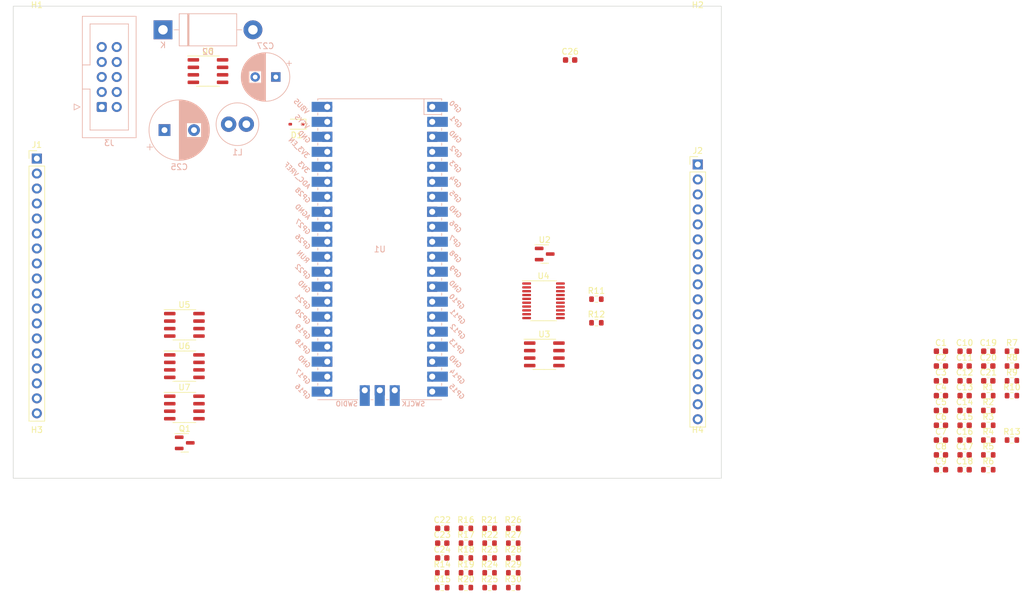
<source format=kicad_pcb>
(kicad_pcb (version 20221018) (generator pcbnew)
  (layers (0 "F.Cu" signal) (31 "B.Cu" signal) (34 "B.Paste" user) (35 "F.Paste" user) (36 "B.SilkS" user "B.Silkscreen") (37 "F.SilkS" user "F.Silkscreen") (38 "B.Mask" user) (39 "F.Mask" user) (44 "Edge.Cuts" user))
  (net 0 "")
  (net 1 "Net-(C2-Pad2)")
  (net 2 "Net-(C3-Pad2)")
  (net 3 "Net-(Q1-B)")
  (net 4 "GND")
  (net 5 "SYNC_IN")
  (net 6 "Net-(U3A--)")
  (net 7 "Net-(U3B--)")
  (net 8 "Net-(C8-Pad2)")
  (net 9 "Net-(U4-CAPP)")
  (net 10 "Net-(U4-CAPM)")
  (net 11 "Net-(U4-VNEG)")
  (net 12 "Net-(U4-LDOO)")
  (net 13 "Net-(D2-K)")
  (net 17 "SD_CLOCK")
  (net 18 "SD_SERIAL_OUT")
  (net 19 "SD_SERIAL_IN")
  (net 20 "SD_CHIP_SELECT")
  (net 21 "595_DATA")
  (net 22 "595_CLOCK")
  (net 23 "595_LATCH")
  (net 24 "DAC_DOUT")
  (net 25 "DAC_BCLK")
  (net 26 "DAC_LRC")
  (net 27 "165_LOAD")
  (net 28 "165_CLOCK")
  (net 29 "165_DATA")
  (net 30 "SYNC_OUT")
  (net 31 "4051_ADDRESS_A")
  (net 32 "4051_ADDRESS_B")
  (net 33 "4051_ADDRESS_C")
  (net 35 "4051_READING_0")
  (net 36 "4051_READING_1")
  (net 37 "TRIGGER_OUT_1_EURO")
  (net 40 "LINE_OUT_L")
  (net 41 "+5V")
  (net 44 "TRIGGER_OUT_2_EURO")
  (net 45 "TRIGGER_OUT_3_EURO")
  (net 46 "TRIGGER_OUT_4_EURO")
  (net 47 "SYNC_IN_EURO")
  (net 48 "SYNC_OUT_EURO")
  (net 49 "EURO_OUT_1")
  (net 50 "EURO_OUT_2")
  (net 51 "Net-(U4-BCK)")
  (net 52 "Net-(U4-DIN)")
  (net 53 "Net-(U4-LRCK)")
  (net 54 "Net-(U4-OUTL)")
  (net 55 "+3.3VDAC")
  (net 56 "Net-(U4-OUTR)")
  (net 57 "LINE_OUT_R")
  (net 58 "Net-(U5B--)")
  (net 59 "+12V")
  (net 60 "-12V")
  (net 61 "Net-(U5A--)")
  (net 62 "Net-(C7-Pad2)")
  (net 63 "Net-(R18-Pad1)")
  (net 64 "Net-(R19-Pad1)")
  (net 65 "Net-(U6B--)")
  (net 66 "Net-(U6A--)")
  (net 67 "Net-(R24-Pad1)")
  (net 68 "Net-(R25-Pad1)")
  (net 69 "Net-(U7A--)")
  (net 70 "Net-(R29-Pad1)")
  (net 71 "Net-(U7B--)")
  (net 72 "+3.3V")
  (net 74 "START_STOP_BUTTON")
  (net 75 "TAP_TEMPO_BUTTON")
  (net 76 "TRIGGER_OUT_1")
  (net 77 "TRIGGER_OUT_4")
  (net 78 "TRIGGER_OUT_3")
  (net 79 "TRIGGER_OUT_2")
  (net 80 "Net-(#FLG02-pwr)")
  (footprint "Diode_SMD:D_SOD-323" (layer "F.Cu") (at 128 70 180)
    (fp_text reference "D1" (at 0 -1.85) (layer "F.SilkS"))
    (fp_text value "1N5819WS")
    (pad "1" smd roundrect (at -1.05 0 180) (size 0.6 0.45) (layers "F.Cu" "F.Paste" "F.Mask") (net 80 "Net-(#FLG02-pwr)"))
    (pad "2" smd roundrect (at 1.05 0 180) (size 0.6 0.45) (layers "F.Cu" "F.Paste" "F.Mask") (net 41 "+5V"))
  )
  (footprint "Resistor_SMD:R_0603_1608Metric" (layer "F.Cu") (at 178.825 99.65)
    (fp_text reference "R11" (at 0 -1.43) (layer "F.SilkS"))
    (fp_text value "56R")
    (pad "1" smd roundrect (at -0.825 0) (size 0.8 0.95) (layers "F.Cu" "F.Paste" "F.Mask") (net 26 "DAC_LRC"))
    (pad "2" smd roundrect (at 0.825 0) (size 0.8 0.95) (layers "F.Cu" "F.Paste" "F.Mask") (net 53 "Net-(U4-LRCK)"))
  )
  (footprint "MountingHole:MountingHole_3.2mm_M3" (layer "F.Cu") (at 196 126)
    (fp_text reference "H4" (at 0 -4.2) (layer "F.SilkS"))
    (fp_text value "MountingHole")
    (pad "" np_thru_hole circle (at 0 0) (size 3.2 3.2) (drill 3.2) (layers "*.Cu" "*.Mask"))
  )
  (footprint "Resistor_SMD:R_0603_1608Metric" (layer "F.Cu") (at 249.245 110.98)
    (fp_text reference "R8" (at 0 -1.43) (layer "F.SilkS"))
    (fp_text value "1k")
    (pad "1" smd roundrect (at -0.825 0) (size 0.8 0.95) (layers "F.Cu" "F.Paste" "F.Mask") (net 8 "Net-(C8-Pad2)"))
    (pad "2" smd roundrect (at 0.825 0) (size 0.8 0.95) (layers "F.Cu" "F.Paste" "F.Mask") (net 50 "EURO_OUT_2"))
  )
  (footprint "Resistor_SMD:R_0603_1608Metric" (layer "F.Cu") (at 245.235 118.51)
    (fp_text reference "R2" (at 0 -1.43) (layer "F.SilkS"))
    (fp_text value "39k")
    (pad "1" smd roundrect (at -0.825 0) (size 0.8 0.95) (layers "F.Cu" "F.Paste" "F.Mask") (net 2 "Net-(C3-Pad2)"))
    (pad "2" smd roundrect (at 0.825 0) (size 0.8 0.95) (layers "F.Cu" "F.Paste" "F.Mask") (net 4 "GND"))
  )
  (footprint "Package_SO:TSSOP-20_4.4x6.5mm_P0.65mm" (layer "F.Cu") (at 169.8625 99.925)
    (fp_text reference "U4" (at 0 -4.2) (layer "F.SilkS"))
    (fp_text value "PCM5102")
    (pad "1" smd roundrect (at -2.8625 -2.925) (size 1.475 0.4) (layers "F.Cu" "F.Paste" "F.Mask") (net 55 "+3.3VDAC"))
    (pad "2" smd roundrect (at -2.8625 -2.275) (size 1.475 0.4) (layers "F.Cu" "F.Paste" "F.Mask") (net 9 "Net-(U4-CAPP)"))
    (pad "3" smd roundrect (at -2.8625 -1.625) (size 1.475 0.4) (layers "F.Cu" "F.Paste" "F.Mask") (net 4 "GND"))
    (pad "4" smd roundrect (at -2.8625 -0.975) (size 1.475 0.4) (layers "F.Cu" "F.Paste" "F.Mask") (net 10 "Net-(U4-CAPM)"))
    (pad "5" smd roundrect (at -2.8625 -0.325) (size 1.475 0.4) (layers "F.Cu" "F.Paste" "F.Mask") (net 11 "Net-(U4-VNEG)"))
    (pad "6" smd roundrect (at -2.8625 0.325) (size 1.475 0.4) (layers "F.Cu" "F.Paste" "F.Mask") (net 54 "Net-(U4-OUTL)"))
    (pad "7" smd roundrect (at -2.8625 0.975) (size 1.475 0.4) (layers "F.Cu" "F.Paste" "F.Mask") (net 56 "Net-(U4-OUTR)"))
    (pad "8" smd roundrect (at -2.8625 1.625) (size 1.475 0.4) (layers "F.Cu" "F.Paste" "F.Mask") (net 55 "+3.3VDAC"))
    (pad "9" smd roundrect (at -2.8625 2.275) (size 1.475 0.4) (layers "F.Cu" "F.Paste" "F.Mask") (net 4 "GND"))
    (pad "10" smd roundrect (at -2.8625 2.925) (size 1.475 0.4) (layers "F.Cu" "F.Paste" "F.Mask") (net 4 "GND"))
    (pad "11" smd roundrect (at 2.8625 2.925) (size 1.475 0.4) (layers "F.Cu" "F.Paste" "F.Mask") (net 4 "GND"))
    (pad "12" smd roundrect (at 2.8625 2.275) (size 1.475 0.4) (layers "F.Cu" "F.Paste" "F.Mask") (net 4 "GND"))
    (pad "13" smd roundrect (at 2.8625 1.625) (size 1.475 0.4) (layers "F.Cu" "F.Paste" "F.Mask") (net 51 "Net-(U4-BCK)"))
    (pad "14" smd roundrect (at 2.8625 0.975) (size 1.475 0.4) (layers "F.Cu" "F.Paste" "F.Mask") (net 52 "Net-(U4-DIN)"))
    (pad "15" smd roundrect (at 2.8625 0.325) (size 1.475 0.4) (layers "F.Cu" "F.Paste" "F.Mask") (net 53 "Net-(U4-LRCK)"))
    (pad "16" smd roundrect (at 2.8625 -0.325) (size 1.475 0.4) (layers "F.Cu" "F.Paste" "F.Mask") (net 4 "GND"))
    (pad "17" smd roundrect (at 2.8625 -0.975) (size 1.475 0.4) (layers "F.Cu" "F.Paste" "F.Mask") (net 55 "+3.3VDAC"))
    (pad "18" smd roundrect (at 2.8625 -1.625) (size 1.475 0.4) (layers "F.Cu" "F.Paste" "F.Mask") (net 12 "Net-(U4-LDOO)"))
    (pad "19" smd roundrect (at 2.8625 -2.275) (size 1.475 0.4) (layers "F.Cu" "F.Paste" "F.Mask") (net 4 "GND"))
    (pad "20" smd roundrect (at 2.8625 -2.925) (size 1.475 0.4) (layers "F.Cu" "F.Paste" "F.Mask") (net 55 "+3.3VDAC"))
  )
  (footprint "Package_SO:SOIC-8_3.9x4.9mm_P1.27mm" (layer "F.Cu") (at 113 61)
    (fp_text reference "U8" (at 0 -3.4) (layer "F.SilkS"))
    (fp_text value "XL1509-5.0")
    (pad "1" smd roundrect (at -2.475 -1.905) (size 1.95 0.6) (layers "F.Cu" "F.Paste" "F.Mask") (net 59 "+12V"))
    (pad "2" smd roundrect (at -2.475 -0.635) (size 1.95 0.6) (layers "F.Cu" "F.Paste" "F.Mask") (net 13 "Net-(D2-K)"))
    (pad "3" smd roundrect (at -2.475 0.635) (size 1.95 0.6) (layers "F.Cu" "F.Paste" "F.Mask") (net 41 "+5V"))
    (pad "4" smd roundrect (at -2.475 1.905) (size 1.95 0.6) (layers "F.Cu" "F.Paste" "F.Mask") (net 4 "GND"))
    (pad "5" smd roundrect (at 2.475 1.905) (size 1.95 0.6) (layers "F.Cu" "F.Paste" "F.Mask") (net 4 "GND"))
    (pad "6" smd roundrect (at 2.475 0.635) (size 1.95 0.6) (layers "F.Cu" "F.Paste" "F.Mask") (net 4 "GND"))
    (pad "7" smd roundrect (at 2.475 -0.635) (size 1.95 0.6) (layers "F.Cu" "F.Paste" "F.Mask") (net 4 "GND"))
    (pad "8" smd roundrect (at 2.475 -1.905) (size 1.95 0.6) (layers "F.Cu" "F.Paste" "F.Mask") (net 4 "GND"))
  )
  (footprint "Resistor_SMD:R_0603_1608Metric" (layer "F.Cu") (at 152.705 146.015)
    (fp_text reference "R14" (at 0 -1.43) (layer "F.SilkS"))
    (fp_text value "100K")
    (pad "1" smd roundrect (at -0.825 0) (size 0.8 0.95) (layers "F.Cu" "F.Paste" "F.Mask") (net 47 "SYNC_IN_EURO"))
    (pad "2" smd roundrect (at 0.825 0) (size 0.8 0.95) (layers "F.Cu" "F.Paste" "F.Mask") (net 3 "Net-(Q1-B)"))
  )
  (footprint "Resistor_SMD:R_0603_1608Metric" (layer "F.Cu") (at 249.245 116)
    (fp_text reference "R10" (at 0 -1.43) (layer "F.SilkS"))
    (fp_text value "56R")
    (pad "1" smd roundrect (at -0.825 0) (size 0.8 0.95) (layers "F.Cu" "F.Paste" "F.Mask") (net 24 "DAC_DOUT"))
    (pad "2" smd roundrect (at 0.825 0) (size 0.8 0.95) (layers "F.Cu" "F.Paste" "F.Mask") (net 52 "Net-(U4-DIN)"))
  )
  (footprint "Resistor_SMD:R_0603_1608Metric" (layer "F.Cu") (at 156.715 146.015)
    (fp_text reference "R19" (at 0 -1.43) (layer "F.SilkS"))
    (fp_text value "100k")
    (pad "1" smd roundrect (at -0.825 0) (size 0.8 0.95) (layers "F.Cu" "F.Paste" "F.Mask") (net 64 "Net-(R19-Pad1)"))
    (pad "2" smd roundrect (at 0.825 0) (size 0.8 0.95) (layers "F.Cu" "F.Paste" "F.Mask") (net 61 "Net-(U5A--)"))
  )
  (footprint "Capacitor_SMD:C_0603_1608Metric" (layer "F.Cu") (at 237.215 113.49)
    (fp_text reference "C3" (at 0 -1.43) (layer "F.SilkS"))
    (fp_text value "10uF")
    (pad "1" smd roundrect (at -0.775 0) (size 0.9 0.95) (layers "F.Cu" "F.Paste" "F.Mask") (net 57 "LINE_OUT_R"))
    (pad "2" smd roundrect (at 0.775 0) (size 0.9 0.95) (layers "F.Cu" "F.Paste" "F.Mask") (net 2 "Net-(C3-Pad2)"))
  )
  (footprint "Capacitor_SMD:C_0603_1608Metric" (layer "F.Cu") (at 245.235 110.98)
    (fp_text reference "C20" (at 0 -1.43) (layer "F.SilkS"))
    (fp_text value "10uF")
    (pad "1" smd roundrect (at -0.775 0) (size 0.9 0.95) (layers "F.Cu" "F.Paste" "F.Mask") (net 55 "+3.3VDAC"))
    (pad "2" smd roundrect (at 0.775 0) (size 0.9 0.95) (layers "F.Cu" "F.Paste" "F.Mask") (net 4 "GND"))
  )
  (footprint "Capacitor_SMD:C_0603_1608Metric" (layer "F.Cu") (at 241.225 123.53)
    (fp_text reference "C16" (at 0 -1.43) (layer "F.SilkS"))
    (fp_text value "10uF")
    (pad "1" smd roundrect (at -0.775 0) (size 0.9 0.95) (layers "F.Cu" "F.Paste" "F.Mask") (net 55 "+3.3VDAC"))
    (pad "2" smd roundrect (at 0.775 0) (size 0.9 0.95) (layers "F.Cu" "F.Paste" "F.Mask") (net 4 "GND"))
  )
  (footprint "Capacitor_SMD:C_0603_1608Metric" (layer "F.Cu") (at 237.215 116)
    (fp_text reference "C4" (at 0 -1.43) (layer "F.SilkS"))
    (fp_text value "1uF")
    (pad "1" smd roundrect (at -0.775 0) (size 0.9 0.95) (layers "F.Cu" "F.Paste" "F.Mask") (net 55 "+3.3VDAC"))
    (pad "2" smd roundrect (at 0.775 0) (size 0.9 0.95) (layers "F.Cu" "F.Paste" "F.Mask") (net 4 "GND"))
  )
  (footprint "Capacitor_SMD:C_0603_1608Metric" (layer "F.Cu") (at 237.215 108.47)
    (fp_text reference "C1" (at 0 -1.43) (layer "F.SilkS"))
    (fp_text value "1uF")
    (pad "1" smd roundrect (at -0.775 0) (size 0.9 0.95) (layers "F.Cu" "F.Paste" "F.Mask") (net 41 "+5V"))
    (pad "2" smd roundrect (at 0.775 0) (size 0.9 0.95) (layers "F.Cu" "F.Paste" "F.Mask") (net 4 "GND"))
  )
  (footprint "Package_SO:SOIC-8_3.9x4.9mm_P1.27mm" (layer "F.Cu") (at 170 109)
    (fp_text reference "U3" (at 0 -3.4) (layer "F.SilkS"))
    (fp_text value "TL072")
    (pad "1" smd roundrect (at -2.475 -1.905) (size 1.95 0.6) (layers "F.Cu" "F.Paste" "F.Mask") (net 62 "Net-(C7-Pad2)"))
    (pad "2" smd roundrect (at -2.475 -0.635) (size 1.95 0.6) (layers "F.Cu" "F.Paste" "F.Mask") (net 6 "Net-(U3A--)"))
    (pad "3" smd roundrect (at -2.475 0.635) (size 1.95 0.6) (layers "F.Cu" "F.Paste" "F.Mask") (net 4 "GND"))
    (pad "4" smd roundrect (at -2.475 1.905) (size 1.95 0.6) (layers "F.Cu" "F.Paste" "F.Mask") (net 60 "-12V"))
    (pad "5" smd roundrect (at 2.475 1.905) (size 1.95 0.6) (layers "F.Cu" "F.Paste" "F.Mask") (net 4 "GND"))
    (pad "6" smd roundrect (at 2.475 0.635) (size 1.95 0.6) (layers "F.Cu" "F.Paste" "F.Mask") (net 7 "Net-(U3B--)"))
    (pad "7" smd roundrect (at 2.475 -0.635) (size 1.95 0.6) (layers "F.Cu" "F.Paste" "F.Mask") (net 8 "Net-(C8-Pad2)"))
    (pad "8" smd roundrect (at 2.475 -1.905) (size 1.95 0.6) (layers "F.Cu" "F.Paste" "F.Mask") (net 59 "+12V"))
  )
  (footprint "Capacitor_SMD:C_0603_1608Metric" (layer "F.Cu") (at 237.215 110.98)
    (fp_text reference "C2" (at 0 -1.43) (layer "F.SilkS"))
    (fp_text value "10uF")
    (pad "1" smd roundrect (at -0.775 0) (size 0.9 0.95) (layers "F.Cu" "F.Paste" "F.Mask") (net 40 "LINE_OUT_L"))
    (pad "2" smd roundrect (at 0.775 0) (size 0.9 0.95) (layers "F.Cu" "F.Paste" "F.Mask") (net 1 "Net-(C2-Pad2)"))
  )
  (footprint "Capacitor_SMD:C_0603_1608Metric" (layer "F.Cu") (at 241.225 110.98)
    (fp_text reference "C11" (at 0 -1.43) (layer "F.SilkS"))
    (fp_text value "10uF")
    (pad "1" smd roundrect (at -0.775 0) (size 0.9 0.95) (layers "F.Cu" "F.Paste" "F.Mask") (net 55 "+3.3VDAC"))
    (pad "2" smd roundrect (at 0.775 0) (size 0.9 0.95) (layers "F.Cu" "F.Paste" "F.Mask") (net 4 "GND"))
  )
  (footprint "Resistor_SMD:R_0603_1608Metric" (layer "F.Cu") (at 245.235 121.02)
    (fp_text reference "R3" (at 0 -1.43) (layer "F.SilkS"))
    (fp_text value "5.6k")
    (pad "1" smd roundrect (at -0.825 0) (size 0.8 0.95) (layers "F.Cu" "F.Paste" "F.Mask") (net 1 "Net-(C2-Pad2)"))
    (pad "2" smd roundrect (at 0.825 0) (size 0.8 0.95) (layers "F.Cu" "F.Paste" "F.Mask") (net 6 "Net-(U3A--)"))
  )
  (footprint "Resistor_SMD:R_0603_1608Metric" (layer "F.Cu") (at 156.715 148.525)
    (fp_text reference "R20" (at 0 -1.43) (layer "F.SilkS"))
    (fp_text value "1k")
    (pad "1" smd roundrect (at -0.825 0) (size 0.8 0.95) (layers "F.Cu" "F.Paste" "F.Mask") (net 63 "Net-(R18-Pad1)"))
    (pad "2" smd roundrect (at 0.825 0) (size 0.8 0.95) (layers "F.Cu" "F.Paste" "F.Mask") (net 44 "TRIGGER_OUT_2_EURO"))
  )
  (footprint "Capacitor_SMD:C_0603_1608Metric" (layer "F.Cu") (at 241.225 118.51)
    (fp_text reference "C14" (at 0 -1.43) (layer "F.SilkS"))
    (fp_text value "0.1uF")
    (pad "1" smd roundrect (at -0.775 0) (size 0.9 0.95) (layers "F.Cu" "F.Paste" "F.Mask") (net 55 "+3.3VDAC"))
    (pad "2" smd roundrect (at 0.775 0) (size 0.9 0.95) (layers "F.Cu" "F.Paste" "F.Mask") (net 4 "GND"))
  )
  (footprint "Resistor_SMD:R_0603_1608Metric" (layer "F.Cu") (at 249.245 123.53)
    (fp_text reference "R13" (at 0 -1.43) (layer "F.SilkS"))
    (fp_text value "470R")
    (pad "1" smd roundrect (at -0.825 0) (size 0.8 0.95) (layers "F.Cu" "F.Paste" "F.Mask") (net 56 "Net-(U4-OUTR)"))
    (pad "2" smd roundrect (at 0.825 0) (size 0.8 0.95) (layers "F.Cu" "F.Paste" "F.Mask") (net 57 "LINE_OUT_R"))
  )
  (footprint "Package_SO:SOIC-8_3.9x4.9mm_P1.27mm" (layer "F.Cu") (at 109 104)
    (fp_text reference "U5" (at 0 -3.4) (layer "F.SilkS"))
    (fp_text value "TL072")
    (pad "1" smd roundrect (at -2.475 -1.905) (size 1.95 0.6) (layers "F.Cu" "F.Paste" "F.Mask") (net 64 "Net-(R19-Pad1)"))
    (pad "2" smd roundrect (at -2.475 -0.635) (size 1.95 0.6) (layers "F.Cu" "F.Paste" "F.Mask") (net 61 "Net-(U5A--)"))
    (pad "3" smd roundrect (at -2.475 0.635) (size 1.95 0.6) (layers "F.Cu" "F.Paste" "F.Mask") (net 76 "TRIGGER_OUT_1"))
    (pad "4" smd roundrect (at -2.475 1.905) (size 1.95 0.6) (layers "F.Cu" "F.Paste" "F.Mask") (net 60 "-12V"))
    (pad "5" smd roundrect (at 2.475 1.905) (size 1.95 0.6) (layers "F.Cu" "F.Paste" "F.Mask") (net 79 "TRIGGER_OUT_2"))
    (pad "6" smd roundrect (at 2.475 0.635) (size 1.95 0.6) (layers "F.Cu" "F.Paste" "F.Mask") (net 58 "Net-(U5B--)"))
    (pad "7" smd roundrect (at 2.475 -0.635) (size 1.95 0.6) (layers "F.Cu" "F.Paste" "F.Mask") (net 63 "Net-(R18-Pad1)"))
    (pad "8" smd roundrect (at 2.475 -1.905) (size 1.95 0.6) (layers "F.Cu" "F.Paste" "F.Mask") (net 59 "+12V"))
  )
  (footprint "Capacitor_SMD:C_0603_1608Metric" (layer "F.Cu") (at 241.225 126.04)
    (fp_text reference "C17" (at 0 -1.43) (layer "F.SilkS"))
    (fp_text value "0.1uF")
    (pad "1" smd roundrect (at -0.775 0) (size 0.9 0.95) (layers "F.Cu" "F.Paste" "F.Mask") (net 12 "Net-(U4-LDOO)"))
    (pad "2" smd roundrect (at 0.775 0) (size 0.9 0.95) (layers "F.Cu" "F.Paste" "F.Mask") (net 4 "GND"))
  )
  (footprint "Resistor_SMD:R_0603_1608Metric" (layer "F.Cu") (at 156.715 140.995)
    (fp_text reference "R17" (at 0 -1.43) (layer "F.SilkS"))
    (fp_text value "100k")
    (pad "1" smd roundrect (at -0.825 0) (size 0.8 0.95) (layers "F.Cu" "F.Paste" "F.Mask") (net 61 "Net-(U5A--)"))
    (pad "2" smd roundrect (at 0.825 0) (size 0.8 0.95) (layers "F.Cu" "F.Paste" "F.Mask") (net 4 "GND"))
  )
  (footprint "Resistor_SMD:R_0603_1608Metric" (layer "F.Cu") (at 245.235 116)
    (fp_text reference "R1" (at 0 -1.43) (layer "F.SilkS"))
    (fp_text value "39k")
    (pad "1" smd roundrect (at -0.825 0) (size 0.8 0.95) (layers "F.Cu" "F.Paste" "F.Mask") (net 1 "Net-(C2-Pad2)"))
    (pad "2" smd roundrect (at 0.825 0) (size 0.8 0.95) (layers "F.Cu" "F.Paste" "F.Mask") (net 4 "GND"))
  )
  (footprint "Resistor_SMD:R_0603_1608Metric" (layer "F.Cu") (at 152.705 148.525)
    (fp_text reference "R15" (at 0 -1.43) (layer "F.SilkS"))
    (fp_text value "10K")
    (pad "1" smd roundrect (at -0.825 0) (size 0.8 0.95) (layers "F.Cu" "F.Paste" "F.Mask") (net 72 "+3.3V"))
    (pad "2" smd roundrect (at 0.825 0) (size 0.8 0.95) (layers "F.Cu" "F.Paste" "F.Mask") (net 5 "SYNC_IN"))
  )
  (footprint "Resistor_SMD:R_0603_1608Metric" (layer "F.Cu") (at 160.725 138.485)
    (fp_text reference "R21" (at 0 -1.43) (layer "F.SilkS"))
    (fp_text value "1k")
    (pad "1" smd roundrect (at -0.825 0) (size 0.8 0.95) (layers "F.Cu" "F.Paste" "F.Mask") (net 64 "Net-(R19-Pad1)"))
    (pad "2" smd roundrect (at 0.825 0) (size 0.8 0.95) (layers "F.Cu" "F.Paste" "F.Mask") (net 37 "TRIGGER_OUT_1_EURO"))
  )
  (footprint "MountingHole:MountingHole_3.2mm_M3" (layer "F.Cu") (at 84 126)
    (fp_text reference "H3" (at 0 -4.2) (layer "F.SilkS"))
    (fp_text value "MountingHole")
    (pad "" np_thru_hole circle (at 0 0) (size 3.2 3.2) (drill 3.2) (layers "*.Cu" "*.Mask"))
  )
  (footprint "Capacitor_SMD:C_0603_1608Metric" (layer "F.Cu") (at 152.705 140.995)
    (fp_text reference "C23" (at 0 -1.43) (layer "F.SilkS"))
    (fp_text value "100n")
    (pad "1" smd roundrect (at -0.775 0) (size 0.9 0.95) (layers "F.Cu" "F.Paste" "F.Mask") (net 59 "+12V"))
    (pad "2" smd roundrect (at 0.775 0) (size 0.9 0.95) (layers "F.Cu" "F.Paste" "F.Mask") (net 60 "-12V"))
  )
  (footprint "Resistor_SMD:R_0603_1608Metric" (layer "F.Cu") (at 160.725 140.995)
    (fp_text reference "R22" (at 0 -1.43) (layer "F.SilkS"))
    (fp_text value "100k")
    (pad "1" smd roundrect (at -0.825 0) (size 0.8 0.95) (layers "F.Cu" "F.Paste" "F.Mask") (net 65 "Net-(U6B--)"))
    (pad "2" smd roundrect (at 0.825 0) (size 0.8 0.95) (layers "F.Cu" "F.Paste" "F.Mask") (net 4 "GND"))
  )
  (footprint "Resistor_SMD:R_0603_1608Metric" (layer "F.Cu") (at 245.235 128.55)
    (fp_text reference "R6" (at 0 -1.43) (layer "F.SilkS"))
    (fp_text value "39k")
    (pad "1" smd roundrect (at -0.825 0) (size 0.8 0.95) (layers "F.Cu" "F.Paste" "F.Mask") (net 7 "Net-(U3B--)"))
    (pad "2" smd roundrect (at 0.825 0) (size 0.8 0.95) (layers "F.Cu" "F.Paste" "F.Mask") (net 8 "Net-(C8-Pad2)"))
  )
  (footprint "MountingHole:MountingHole_3.2mm_M3" (layer "F.Cu") (at 196 54)
    (fp_text reference "H2" (at 0 -4.2) (layer "F.SilkS"))
    (fp_text value "MountingHole")
    (pad "" np_thru_hole circle (at 0 0) (size 3.2 3.2) (drill 3.2) (layers "*.Cu" "*.Mask"))
  )
  (footprint "Resistor_SMD:R_0603_1608Metric" (layer "F.Cu") (at 156.715 138.485)
    (fp_text reference "R16" (at 0 -1.43) (layer "F.SilkS"))
    (fp_text value "100k")
    (pad "1" smd roundrect (at -0.825 0) (size 0.8 0.95) (layers "F.Cu" "F.Paste" "F.Mask") (net 58 "Net-(U5B--)"))
    (pad "2" smd roundrect (at 0.825 0) (size 0.8 0.95) (layers "F.Cu" "F.Paste" "F.Mask") (net 4 "GND"))
  )
  (footprint "Resistor_SMD:R_0603_1608Metric" (layer "F.Cu") (at 160.725 143.505)
    (fp_text reference "R23" (at 0 -1.43) (layer "F.SilkS"))
    (fp_text value "100k")
    (pad "1" smd roundrect (at -0.825 0) (size 0.8 0.95) (layers "F.Cu" "F.Paste" "F.Mask") (net 66 "Net-(U6A--)"))
    (pad "2" smd roundrect (at 0.825 0) (size 0.8 0.95) (layers "F.Cu" "F.Paste" "F.Mask") (net 4 "GND"))
  )
  (footprint "Package_SO:SOIC-8_3.9x4.9mm_P1.27mm" (layer "F.Cu") (at 109 118)
    (fp_text reference "U7" (at 0 -3.4) (layer "F.SilkS"))
    (fp_text value "TL072")
    (pad "1" smd roundrect (at -2.475 -1.905) (size 1.95 0.6) (layers "F.Cu" "F.Paste" "F.Mask") (net 70 "Net-(R29-Pad1)"))
    (pad "2" smd roundrect (at -2.475 -0.635) (size 1.95 0.6) (layers "F.Cu" "F.Paste" "F.Mask") (net 69 "Net-(U7A--)"))
    (pad "3" smd roundrect (at -2.475 0.635) (size 1.95 0.6) (layers "F.Cu" "F.Paste" "F.Mask") (net 30 "SYNC_OUT"))
    (pad "4" smd roundrect (at -2.475 1.905) (size 1.95 0.6) (layers "F.Cu" "F.Paste" "F.Mask") (net 60 "-12V"))
    (pad "5" smd roundrect (at 2.475 1.905) (size 1.95 0.6) (layers "F.Cu" "F.Paste" "F.Mask") (net 4 "GND"))
    (pad "6" smd roundrect (at 2.475 0.635) (size 1.95 0.6) (layers "F.Cu" "F.Paste" "F.Mask") (net 71 "Net-(U7B--)"))
    (pad "7" smd roundrect (at 2.475 -0.635) (size 1.95 0.6) (layers "F.Cu" "F.Paste" "F.Mask") (net 71 "Net-(U7B--)"))
    (pad "8" smd roundrect (at 2.475 -1.905) (size 1.95 0.6) (layers "F.Cu" "F.Paste" "F.Mask") (net 59 "+12V"))
  )
  (footprint "Resistor_SMD:R_0603_1608Metric" (layer "F.Cu") (at 164.735 143.505)
    (fp_text reference "R28" (at 0 -1.43) (layer "F.SilkS"))
    (fp_text value "100k")
    (pad "1" smd roundrect (at -0.825 0) (size 0.8 0.95) (layers "F.Cu" "F.Paste" "F.Mask") (net 69 "Net-(U7A--)"))
    (pad "2" smd roundrect (at 0.825 0) (size 0.8 0.95) (layers "F.Cu" "F.Paste" "F.Mask") (net 4 "GND"))
  )
  (footprint "Resistor_SMD:R_0603_1608Metric" (layer "F.Cu") (at 249.245 108.47)
    (fp_text reference "R7" (at 0 -1.43) (layer "F.SilkS"))
    (fp_text value "1k")
    (pad "1" smd roundrect (at -0.825 0) (size 0.8 0.95) (layers "F.Cu" "F.Paste" "F.Mask") (net 62 "Net-(C7-Pad2)"))
    (pad "2" smd roundrect (at 0.825 0) (size 0.8 0.95) (layers "F.Cu" "F.Paste" "F.Mask") (net 49 "EURO_OUT_1"))
  )
  (footprint "Capacitor_SMD:C_0603_1608Metric" (layer "F.Cu") (at 241.225 121.02)
    (fp_text reference "C15" (at 0 -1.43) (layer "F.SilkS"))
    (fp_text value "1uF")
    (pad "1" smd roundrect (at -0.775 0) (size 0.9 0.95) (layers "F.Cu" "F.Paste" "F.Mask") (net 12 "Net-(U4-LDOO)"))
    (pad "2" smd roundrect (at 0.775 0) (size 0.9 0.95) (layers "F.Cu" "F.Paste" "F.Mask") (net 4 "GND"))
  )
  (footprint "Capacitor_SMD:C_0603_1608Metric" (layer "F.Cu") (at 152.705 143.505)
    (fp_text reference "C24" (at 0 -1.43) (layer "F.SilkS"))
    (fp_text value "100n")
    (pad "1" smd roundrect (at -0.775 0) (size 0.9 0.95) (layers "F.Cu" "F.Paste" "F.Mask") (net 59 "+12V"))
    (pad "2" smd roundrect (at 0.775 0) (size 0.9 0.95) (layers "F.Cu" "F.Paste" "F.Mask") (net 60 "-12V"))
  )
  (footprint "Resistor_SMD:R_0603_1608Metric" (layer "F.Cu") (at 245.235 126.04)
    (fp_text reference "R5" (at 0 -1.43) (layer "F.SilkS"))
    (fp_text value "39k")
    (pad "1" smd roundrect (at -0.825 0) (size 0.8 0.95) (layers "F.Cu" "F.Paste" "F.Mask") (net 6 "Net-(U3A--)"))
    (pad "2" smd roundrect (at 0.825 0) (size 0.8 0.95) (layers "F.Cu" "F.Paste" "F.Mask") (net 62 "Net-(C7-Pad2)"))
  )
  (footprint "Connector_PinHeader_2.54mm:PinHeader_1x18_P2.54mm_Vertical" (layer "F.Cu") (at 84 75.82)
    (fp_text reference "J1" (at 0 -2.33) (layer "F.SilkS"))
    (fp_text value "Conn_01x18_Pin")
    (pad "1" thru_hole rect (at 0 0) (size 1.7 1.7) (drill 1) (layers "*.Cu" "*.Mask"))
    (pad "2" thru_hole oval (at 0 2.54) (size 1.7 1.7) (drill 1) (layers "*.Cu" "*.Mask"))
    (pad "3" thru_hole oval (at 0 5.08) (size 1.7 1.7) (drill 1) (layers "*.Cu" "*.Mask"))
    (pad "4" thru_hole oval (at 0 7.62) (size 1.7 1.7) (drill 1) (layers "*.Cu" "*.Mask") (net 74 "START_STOP_BUTTON"))
    (pad "5" thru_hole oval (at 0 10.16) (size 1.7 1.7) (drill 1) (layers "*.Cu" "*.Mask") (net 75 "TAP_TEMPO_BUTTON"))
    (pad "6" thru_hole oval (at 0 12.7) (size 1.7 1.7) (drill 1) (layers "*.Cu" "*.Mask") (net 27 "165_LOAD"))
    (pad "7" thru_hole oval (at 0 15.24) (size 1.7 1.7) (drill 1) (layers "*.Cu" "*.Mask") (net 28 "165_CLOCK"))
    (pad "8" thru_hole oval (at 0 17.78) (size 1.7 1.7) (drill 1) (layers "*.Cu" "*.Mask") (net 29 "165_DATA"))
    (pad "9" thru_hole oval (at 0 20.32) (size 1.7 1.7) (drill 1) (layers "*.Cu" "*.Mask") (net 37 "TRIGGER_OUT_1_EURO"))
    (pad "10" thru_hole oval (at 0 22.86) (size 1.7 1.7) (drill 1) (layers "*.Cu" "*.Mask") (net 44 "TRIGGER_OUT_2_EURO"))
    (pad "11" thru_hole oval (at 0 25.4) (size 1.7 1.7) (drill 1) (layers "*.Cu" "*.Mask") (net 45 "TRIGGER_OUT_3_EURO"))
    (pad "12" thru_hole oval (at 0 27.94) (size 1.7 1.7) (drill 1) (layers "*.Cu" "*.Mask") (net 46 "TRIGGER_OUT_4_EURO"))
    (pad "13" thru_hole oval (at 0 30.48) (size 1.7 1.7) (drill 1) (layers "*.Cu" "*.Mask") (net 47 "SYNC_IN_EURO"))
    (pad "14" thru_hole oval (at 0 33.02) (size 1.7 1.7) (drill 1) (layers "*.Cu" "*.Mask") (net 48 "SYNC_OUT_EURO"))
    (pad "15" thru_hole oval (at 0 35.56) (size 1.7 1.7) (drill 1) (layers "*.Cu" "*.Mask") (net 59 "+12V"))
    (pad "16" thru_hole oval (at 0 38.1) (size 1.7 1.7) (drill 1) (layers "*.Cu" "*.Mask") (net 72 "+3.3V"))
    (pad "17" thru_hole oval (at 0 40.64) (size 1.7 1.7) (drill 1) (layers "*.Cu" "*.Mask") (net 4 "GND"))
    (pad "18" thru_hole oval (at 0 43.18) (size 1.7 1.7) (drill 1) (layers "*.Cu" "*.Mask") (net 60 "-12V"))
  )
  (footprint "Capacitor_SMD:C_0603_1608Metric" (layer "F.Cu") (at 237.215 121.02)
    (fp_text reference "C6" (at 0 -1.43) (layer "F.SilkS"))
    (fp_text value "100n")
    (pad "1" smd roundrect (at -0.775 0) (size 0.9 0.95) (layers "F.Cu" "F.Paste" "F.Mask") (net 4 "GND"))
    (pad "2" smd roundrect (at 0.775 0) (size 0.9 0.95) (layers "F.Cu" "F.Paste" "F.Mask") (net 60 "-12V"))
  )
  (footprint "Resistor_SMD:R_0603_1608Metric" (layer "F.Cu") (at 164.735 138.485)
    (fp_text reference "R26" (at 0 -1.43) (layer "F.SilkS"))
    (fp_text value "1k")
    (pad "1" smd roundrect (at -0.825 0) (size 0.8 0.95) (layers "F.Cu" "F.Paste" "F.Mask") (net 67 "Net-(R24-Pad1)"))
    (pad "2" smd roundrect (at 0.825 0) (size 0.8 0.95) (layers "F.Cu" "F.Paste" "F.Mask") (net 46 "TRIGGER_OUT_4_EURO"))
  )
  (footprint "Capacitor_SMD:C_0603_1608Metric" (layer "F.Cu") (at 237.215 128.55)
    (fp_text reference "C9" (at 0 -1.43) (layer "F.SilkS"))
    (fp_text value "0.1uF")
    (pad "1" smd roundrect (at -0.775 0) (size 0.9 0.95) (layers "F.Cu" "F.Paste" "F.Mask") (net 55 "+3.3VDAC"))
    (pad "2" smd roundrect (at 0.775 0) (size 0.9 0.95) (layers "F.Cu" "F.Paste" "F.Mask") (net 4 "GND"))
  )
  (footprint "Capacitor_SMD:C_0603_1608Metric" (layer "F.Cu") (at 237.215 126.04)
    (fp_text reference "C8" (at 0 -1.43) (layer "F.SilkS"))
    (fp_text value "18p")
    (pad "1" smd roundrect (at -0.775 0) (size 0.9 0.95) (layers "F.Cu" "F.Paste" "F.Mask") (net 7 "Net-(U3B--)"))
    (pad "2" smd roundrect (at 0.775 0) (size 0.9 0.95) (layers "F.Cu" "F.Paste" "F.Mask") (net 8 "Net-(C8-Pad2)"))
  )
  (footprint "Resistor_SMD:R_0603_1608Metric" (layer "F.Cu") (at 164.735 140.995)
    (fp_text reference "R27" (at 0 -1.43) (layer "F.SilkS"))
    (fp_text value "1k")
    (pad "1" smd roundrect (at -0.825 0) (size 0.8 0.95) (layers "F.Cu" "F.Paste" "F.Mask") (net 68 "Net-(R25-Pad1)"))
    (pad "2" smd roundrect (at 0.825 0) (size 0.8 0.95) (layers "F.Cu" "F.Paste" "F.Mask") (net 45 "TRIGGER_OUT_3_EURO"))
  )
  (footprint "Resistor_SMD:R_0603_1608Metric" (layer "F.Cu") (at 178.825 103.65)
    (fp_text reference "R12" (at 0 -1.43) (layer "F.SilkS"))
    (fp_text value "470R")
    (pad "1" smd roundrect (at -0.825 0) (size 0.8 0.95) (layers "F.Cu" "F.Paste" "F.Mask") (net 54 "Net-(U4-OUTL)"))
    (pad "2" smd roundrect (at 0.825 0) (size 0.8 0.95) (layers "F.Cu" "F.Paste" "F.Mask") (net 40 "LINE_OUT_L"))
  )
  (footprint "Capacitor_SMD:C_0603_1608Metric" (layer "F.Cu") (at 152.705 138.485)
    (fp_text reference "C22" (at 0 -1.43) (layer "F.SilkS"))
    (fp_text value "100n")
    (pad "1" smd roundrect (at -0.775 0) (size 0.9 0.95) (layers "F.Cu" "F.Paste" "F.Mask") (net 59 "+12V"))
    (pad "2" smd roundrect (at 0.775 0) (size 0.9 0.95) (layers "F.Cu" "F.Paste" "F.Mask") (net 60 "-12V"))
  )
  (footprint "Capacitor_SMD:C_0603_1608Metric" (layer "F.Cu") (at 237.215 118.51)
    (fp_text reference "C5" (at 0 -1.43) (layer "F.SilkS"))
    (fp_text value "100n")
    (pad "1" smd roundrect (at -0.775 0) (size 0.9 0.95) (layers "F.Cu" "F.Paste" "F.Mask") (net 59 "+12V"))
    (pad "2" smd roundrect (at 0.775 0) (size 0.9 0.95) (layers "F.Cu" "F.Paste" "F.Mask") (net 4 "GND"))
  )
  (footprint "Resistor_SMD:R_0603_1608Metric" (layer "F.Cu") (at 245.235 123.53)
    (fp_text reference "R4" (at 0 -1.43) (layer "F.SilkS"))
    (fp_text value "5.6k")
    (pad "1" smd roundrect (at -0.825 0) (size 0.8 0.95) (layers "F.Cu" "F.Paste" "F.Mask") (net 2 "Net-(C3-Pad2)"))
    (pad "2" smd roundrect (at 0.825 0) (size 0.8 0.95) (layers "F.Cu" "F.Paste" "F.Mask") (net 7 "Net-(U3B--)"))
  )
  (footprint "Resistor_SMD:R_0603_1608Metric" (layer "F.Cu") (at 156.715 143.505)
    (fp_text reference "R18" (at 0 -1.43) (layer "F.SilkS"))
    (fp_text value "100k")
    (pad "1" smd roundrect (at -0.825 0) (size 0.8 0.95) (layers "F.Cu" "F.Paste" "F.Mask") (net 63 "Net-(R18-Pad1)"))
    (pad "2" smd roundrect (at 0.825 0) (size 0.8 0.95) (layers "F.Cu" "F.Paste" "F.Mask") (net 58 "Net-(U5B--)"))
  )
  (footprint "Capacitor_SMD:C_0603_1608Metric" (layer "F.Cu") (at 241.225 108.47)
    (fp_text reference "C10" (at 0 -1.43) (layer "F.SilkS"))
    (fp_text value "1uF")
    (pad "1" smd roundrect (at -0.775 0) (size 0.9 0.95) (layers "F.Cu" "F.Paste" "F.Mask") (net 55 "+3.3VDAC"))
    (pad "2" smd roundrect (at 0.775 0) (size 0.9 0.95) (layers "F.Cu" "F.Paste" "F.Mask") (net 4 "GND"))
  )
  (footprint "Capacitor_SMD:C_0603_1608Metric" (layer "F.Cu") (at 241.225 128.55)
    (fp_text reference "C18" (at 0 -1.43) (layer "F.SilkS"))
    (fp_text value "0.1uF")
    (pad "1" smd roundrect (at -0.775 0) (size 0.9 0.95) (layers "F.Cu" "F.Paste" "F.Mask") (net 55 "+3.3VDAC"))
    (pad "2" smd roundrect (at 0.775 0) (size 0.9 0.95) (layers "F.Cu" "F.Paste" "F.Mask") (net 4 "GND"))
  )
  (footprint "Capacitor_SMD:C_0603_1608Metric" (layer "F.Cu") (at 245.235 113.49)
    (fp_text reference "C21" (at 0 -1.43) (layer "F.SilkS"))
    (fp_text value "2.2nF")
    (pad "1" smd roundrect (at -0.775 0) (size 0.9 0.95) (layers "F.Cu" "F.Paste" "F.Mask") (net 57 "LINE_OUT_R"))
    (pad "2" smd roundrect (at 0.775 0) (size 0.9 0.95) (layers "F.Cu" "F.Paste" "F.Mask") (net 4 "GND"))
  )
  (footprint "Capacitor_SMD:C_0603_1608Metric" (layer "F.Cu") (at 237.215 123.53)
    (fp_text reference "C7" (at 0 -1.43) (layer "F.SilkS"))
    (fp_text value "18p")
    (pad "1" smd roundrect (at -0.775 0) (size 0.9 0.95) (layers "F.Cu" "F.Paste" "F.Mask") (net 6 "Net-(U3A--)"))
    (pad "2" smd roundrect (at 0.775 0) (size 0.9 0.95) (layers "F.Cu" "F.Paste" "F.Mask") (net 62 "Net-(C7-Pad2)"))
  )
  (footprint "Package_SO:SOIC-8_3.9x4.9mm_P1.27mm" (layer "F.Cu") (at 109 111)
    (fp_text reference "U6" (at 0 -3.4) (layer "F.SilkS"))
    (fp_text value "TL072")
    (pad "1" smd roundrect (at -2.475 -1.905) (size 1.95 0.6) (layers "F.Cu" "F.Paste" "F.Mask") (net 68 "Net-(R25-Pad1)"))
    (pad "2" smd roundrect (at -2.475 -0.635) (size 1.95 0.6) (layers "F.Cu" "F.Paste" "F.Mask") (net 66 "Net-(U6A--)"))
    (pad "3" smd roundrect (at -2.475 0.635) (size 1.95 0.6) (layers "F.Cu" "F.Paste" "F.Mask") (net 78 "TRIGGER_OUT_3"))
    (pad "4" smd roundrect (at -2.475 1.905) (size 1.95 0.6) (layers "F.Cu" "F.Paste" "F.Mask") (net 60 "-12V"))
    (pad "5" smd roundrect (at 2.475 1.905) (size 1.95 0.6) (layers "F.Cu" "F.Paste" "F.Mask") (net 77 "TRIGGER_OUT_4"))
    (pad "6" smd roundrect (at 2.475 0.635) (size 1.95 0.6) (layers "F.Cu" "F.Paste" "F.Mask") (net 65 "Net-(U6B--)"))
    (pad "7" smd roundrect (at 2.475 -0.635) (size 1.95 0.6) (layers "F.Cu" "F.Paste" "F.Mask") (net 67 "Net-(R24-Pad1)"))
    (pad "8" smd roundrect (at 2.475 -1.905) (size 1.95 0.6) (layers "F.Cu" "F.Paste" "F.Mask") (net 59 "+12V"))
  )
  (footprint "Capacitor_SMD:C_0603_1608Metric" (layer "F.Cu") (at 241.225 113.49)
    (fp_text reference "C12" (at 0 -1.43) (layer "F.SilkS"))
    (fp_text value "2.2uF")
    (pad "1" smd roundrect (at -0.775 0) (size 0.9 0.95) (layers "F.Cu" "F.Paste" "F.Mask") (net 9 "Net-(U4-CAPP)"))
    (pad "2" smd roundrect (at 0.775 0) (size 0.9 0.95) (layers "F.Cu" "F.Paste" "F.Mask") (net 10 "Net-(U4-CAPM)"))
  )
  (footprint "Capacitor_SMD:C_0603_1608Metric" (layer "F.Cu") (at 245.235 108.47)
    (fp_text reference "C19" (at 0 -1.43) (layer "F.SilkS"))
    (fp_text value "2.2nF")
    (pad "1" smd roundrect (at -0.775 0) (size 0.9 0.95) (layers "F.Cu" "F.Paste" "F.Mask") (net 40 "LINE_OUT_L"))
    (pad "2" smd roundrect (at 0.775 0) (size 0.9 0.95) (layers "F.Cu" "F.Paste" "F.Mask") (net 4 "GND"))
  )
  (footprint "MountingHole:MountingHole_3.2mm_M3" (layer "F.Cu") (at 84 54)
    (fp_text reference "H1" (at 0 -4.2) (layer "F.SilkS"))
    (fp_text value "MountingHole")
    (pad "" np_thru_hole circle (at 0 0) (size 3.2 3.2) (drill 3.2) (layers "*.Cu" "*.Mask"))
  )
  (footprint "Connector_PinHeader_2.54mm:PinHeader_1x18_P2.54mm_Vertical" (layer "F.Cu") (at 196 76.82)
    (fp_text reference "J2" (at 0 -2.33) (layer "F.SilkS"))
    (fp_text value "Conn_01x18_Pin")
    (pad "1" thru_hole rect (at 0 0) (size 1.7 1.7) (drill 1) (layers "*.Cu" "*.Mask") (net 31 "4051_ADDRESS_A"))
    (pad "2" thru_hole oval (at 0 2.54) (size 1.7 1.7) (drill 1) (layers "*.Cu" "*.Mask") (net 32 "4051_ADDRESS_B"))
    (pad "3" thru_hole oval (at 0 5.08) (size 1.7 1.7) (drill 1) (layers "*.Cu" "*.Mask") (net 33 "4051_ADDRESS_C"))
    (pad "4" thru_hole oval (at 0 7.62) (size 1.7 1.7) (drill 1) (layers "*.Cu" "*.Mask") (net 36 "4051_READING_1"))
    (pad "5" thru_hole oval (at 0 10.16) (size 1.7 1.7) (drill 1) (layers "*.Cu" "*.Mask") (net 35 "4051_READING_0"))
    (pad "6" thru_hole oval (at 0 12.7) (size 1.7 1.7) (drill 1) (layers "*.Cu" "*.Mask") (net 17 "SD_CLOCK"))
    (pad "7" thru_hole oval (at 0 15.24) (size 1.7 1.7) (drill 1) (layers "*.Cu" "*.Mask") (net 19 "SD_SERIAL_IN"))
    (pad "8" thru_hole oval (at 0 17.78) (size 1.7 1.7) (drill 1) (layers "*.Cu" "*.Mask") (net 18 "SD_SERIAL_OUT"))
    (pad "9" thru_hole oval (at 0 20.32) (size 1.7 1.7) (drill 1) (layers "*.Cu" "*.Mask") (net 20 "SD_CHIP_SELECT"))
    (pad "10" thru_hole oval (at 0 22.86) (size 1.7 1.7) (drill 1) (layers "*.Cu" "*.Mask") (net 21 "595_DATA"))
    (pad "11" thru_hole oval (at 0 25.4) (size 1.7 1.7) (drill 1) (layers "*.Cu" "*.Mask") (net 22 "595_CLOCK"))
    (pad "12" thru_hole oval (at 0 27.94) (size 1.7 1.7) (drill 1) (layers "*.Cu" "*.Mask") (net 23 "595_LATCH"))
    (pad "13" thru_hole oval (at 0 30.48) (size 1.7 1.7) (drill 1) (layers "*.Cu" "*.Mask") (net 49 "EURO_OUT_1"))
    (pad "14" thru_hole oval (at 0 33.02) (size 1.7 1.7) (drill 1) (layers "*.Cu" "*.Mask") (net 50 "EURO_OUT_2"))
    (pad "15" thru_hole oval (at 0 35.56) (size 1.7 1.7) (drill 1) (layers "*.Cu" "*.Mask") (net 59 "+12V"))
    (pad "16" thru_hole oval (at 0 38.1) (size 1.7 1.7) (drill 1) (layers "*.Cu" "*.Mask") (net 72 "+3.3V"))
    (pad "17" thru_hole oval (at 0 40.64) (size 1.7 1.7) (drill 1) (layers "*.Cu" "*.Mask") (net 4 "GND"))
    (pad "18" thru_hole oval (at 0 43.18) (size 1.7 1.7) (drill 1) (layers "*.Cu" "*.Mask") (net 60 "-12V"))
  )
  (footprint "Resistor_SMD:R_0603_1608Metric" (layer "F.Cu") (at 164.735 148.525)
    (fp_text reference "R30" (at 0 -1.43) (layer "F.SilkS"))
    (fp_text value "1k")
    (pad "1" smd roundrect (at -0.825 0) (size 0.8 0.95) (layers "F.Cu" "F.Paste" "F.Mask") (net 70 "Net-(R29-Pad1)"))
    (pad "2" smd roundrect (at 0.825 0) (size 0.8 0.95) (layers "F.Cu" "F.Paste" "F.Mask") (net 48 "SYNC_OUT_EURO"))
  )
  (footprint "Capacitor_SMD:C_0603_1608Metric" (layer "F.Cu") (at 174.3725 59.12)
    (fp_text reference "C26" (at 0 -1.43) (layer "F.SilkS"))
    (fp_text value "1uF")
    (pad "1" smd roundrect (at -0.775 0) (size 0.9 0.95) (layers "F.Cu" "F.Paste" "F.Mask") (net 59 "+12V"))
    (pad "2" smd roundrect (at 0.775 0) (size 0.9 0.95) (layers "F.Cu" "F.Paste" "F.Mask") (net 4 "GND"))
  )
  (footprint "Capacitor_SMD:C_0603_1608Metric" (layer "F.Cu") (at 241.225 116)
    (fp_text reference "C13" (at 0 -1.43) (layer "F.SilkS"))
    (fp_text value "2.2uF")
    (pad "1" smd roundrect (at -0.775 0) (size 0.9 0.95) (layers "F.Cu" "F.Paste" "F.Mask") (net 11 "Net-(U4-VNEG)"))
    (pad "2" smd roundrect (at 0.775 0) (size 0.9 0.95) (layers "F.Cu" "F.Paste" "F.Mask") (net 4 "GND"))
  )
  (footprint "Package_TO_SOT_SMD:SOT-23" (layer "F.Cu") (at 170.0625 92)
    (fp_text reference "U2" (at 0 -2.4) (layer "F.SilkS"))
    (fp_text value "AP7333-33SRG")
    (pad "1" smd roundrect (at -0.9375 -0.95) (size 1.475 0.6) (layers "F.Cu" "F.Paste" "F.Mask") (net 41 "+5V"))
    (pad "2" smd roundrect (at -0.9375 0.95) (size 1.475 0.6) (layers "F.Cu" "F.Paste" "F.Mask") (net 55 "+3.3VDAC"))
    (pad "3" smd roundrect (at 0.9375 0) (size 1.475 0.6) (layers "F.Cu" "F.Paste" "F.Mask") (net 4 "GND"))
  )
  (footprint "Resistor_SMD:R_0603_1608Metric" (layer "F.Cu") (at 160.725 146.015)
    (fp_text reference "R24" (at 0 -1.43) (layer "F.SilkS"))
    (fp_text value "100k")
    (pad "1" smd roundrect (at -0.825 0) (size 0.8 0.95) (layers "F.Cu" "F.Paste" "F.Mask") (net 67 "Net-(R24-Pad1)"))
    (pad "2" smd roundrect (at 0.825 0) (size 0.8 0.95) (layers "F.Cu" "F.Paste" "F.Mask") (net 65 "Net-(U6B--)"))
  )
  (footprint "Resistor_SMD:R_0603_1608Metric" (layer "F.Cu") (at 249.245 113.49)
    (fp_text reference "R9" (at 0 -1.43) (layer "F.SilkS"))
    (fp_text value "56R")
    (pad "1" smd roundrect (at -0.825 0) (size 0.8 0.95) (layers "F.Cu" "F.Paste" "F.Mask") (net 25 "DAC_BCLK"))
    (pad "2" smd roundrect (at 0.825 0) (size 0.8 0.95) (layers "F.Cu" "F.Paste" "F.Mask") (net 51 "Net-(U4-BCK)"))
  )
  (footprint "Package_TO_SOT_SMD:SOT-23" (layer "F.Cu") (at 109.0625 124)
    (fp_text reference "Q1" (at 0 -2.4) (layer "F.SilkS"))
    (fp_text value "MMBT3904")
    (pad "1" smd roundrect (at -0.9375 -0.95) (size 1.475 0.6) (layers "F.Cu" "F.Paste" "F.Mask") (net 3 "Net-(Q1-B)"))
    (pad "2" smd roundrect (at -0.9375 0.95) (size 1.475 0.6) (layers "F.Cu" "F.Paste" "F.Mask") (net 4 "GND"))
    (pad "3" smd roundrect (at 0.9375 0) (size 1.475 0.6) (layers "F.Cu" "F.Paste" "F.Mask") (net 5 "SYNC_IN"))
  )
  (footprint "Resistor_SMD:R_0603_1608Metric" (layer "F.Cu") (at 160.725 148.525)
    (fp_text reference "R25" (at 0 -1.43) (layer "F.SilkS"))
    (fp_text value "100k")
    (pad "1" smd roundrect (at -0.825 0) (size 0.8 0.95) (layers "F.Cu" "F.Paste" "F.Mask") (net 68 "Net-(R25-Pad1)"))
    (pad "2" smd roundrect (at 0.825 0) (size 0.8 0.95) (layers "F.Cu" "F.Paste" "F.Mask") (net 66 "Net-(U6A--)"))
  )
  (footprint "Resistor_SMD:R_0603_1608Metric" (layer "F.Cu") (at 164.735 146.015)
    (fp_text reference "R29" (at 0 -1.43) (layer "F.SilkS"))
    (fp_text value "100k")
    (pad "1" smd roundrect (at -0.825 0) (size 0.8 0.95) (layers "F.Cu" "F.Paste" "F.Mask") (net 70 "Net-(R29-Pad1)"))
    (pad "2" smd roundrect (at 0.825 0) (size 0.8 0.95) (layers "F.Cu" "F.Paste" "F.Mask") (net 69 "Net-(U7A--)"))
  )
  (footprint "Connector_IDC:IDC-Header_2x05_P2.54mm_Vertical" (layer "B.Cu") (at 95 67.08)
    (fp_text reference "J3" (at 1.27 6.1) (layer "B.SilkS") (effects (justify mirror)))
    (fp_text value "Eurorack_Power")
    (pad "1" thru_hole roundrect (at 0 0) (size 1.7 1.7) (drill 1) (layers "*.Cu" "*.Mask") (roundrect_rratio 0.147059) (net 60 "-12V"))
    (pad "2" thru_hole circle (at 2.54 0) (size 1.7 1.7) (drill 1) (layers "*.Cu" "*.Mask") (net 60 "-12V"))
    (pad "3" thru_hole circle (at 0 -2.54) (size 1.7 1.7) (drill 1) (layers "*.Cu" "*.Mask") (net 4 "GND"))
    (pad "4" thru_hole circle (at 2.54 -2.54) (size 1.7 1.7) (drill 1) (layers "*.Cu" "*.Mask") (net 4 "GND"))
    (pad "5" thru_hole circle (at 0 -5.08) (size 1.7 1.7) (drill 1) (layers "*.Cu" "*.Mask") (net 4 "GND"))
    (pad "6" thru_hole circle (at 2.54 -5.08) (size 1.7 1.7) (drill 1) (layers "*.Cu" "*.Mask") (net 4 "GND"))
    (pad "7" thru_hole circle (at 0 -7.62) (size 1.7 1.7) (drill 1) (layers "*.Cu" "*.Mask") (net 4 "GND"))
    (pad "8" thru_hole circle (at 2.54 -7.62) (size 1.7 1.7) (drill 1) (layers "*.Cu" "*.Mask") (net 4 "GND"))
    (pad "9" thru_hole circle (at 0 -10.16) (size 1.7 1.7) (drill 1) (layers "*.Cu" "*.Mask") (net 59 "+12V"))
    (pad "10" thru_hole circle (at 2.54 -10.16) (size 1.7 1.7) (drill 1) (layers "*.Cu" "*.Mask") (net 59 "+12V"))
  )
  (footprint "Inductor_THT:L_Radial_D7.0mm_P3.00mm" (layer "B.Cu") (at 116.5 70)
    (fp_text reference "L1" (at 1.5 4.75) (layer "B.SilkS") (effects (justify mirror)))
    (fp_text value "68uH/2A")
    (pad "1" thru_hole circle (at 0 0) (size 2.6 2.6) (drill 1.3) (layers "*.Cu" "*.Mask") (net 13 "Net-(D2-K)"))
    (pad "2" thru_hole circle (at 3 0) (size 2.6 2.6) (drill 1.3) (layers "*.Cu" "*.Mask") (net 41 "+5V"))
  )
  (footprint "Capacitor_THT:CP_Radial_D8.0mm_P3.50mm" (layer "B.Cu") (at 124.5 62 180)
    (fp_text reference "C27" (at 1.75 5.25) (layer "B.SilkS") (effects (justify mirror)))
    (fp_text value "180uF 35V")
    (pad "1" thru_hole rect (at 0 0 180) (size 1.6 1.6) (drill 0.8) (layers "*.Cu" "*.Mask") (net 41 "+5V"))
    (pad "2" thru_hole circle (at 3.5 0 180) (size 1.6 1.6) (drill 0.8) (layers "*.Cu" "*.Mask") (net 4 "GND"))
  )
  (footprint "Capacitor_THT:CP_Radial_D10.0mm_P5.00mm" (layer "B.Cu") (at 105.632323 71)
    (fp_text reference "C25" (at 2.5 6.25) (layer "B.SilkS") (effects (justify mirror)))
    (fp_text value "470uF 35V")
    (pad "1" thru_hole rect (at 0 0) (size 2 2) (drill 1) (layers "*.Cu" "*.Mask") (net 59 "+12V"))
    (pad "2" thru_hole circle (at 5 0) (size 2 2) (drill 1) (layers "*.Cu" "*.Mask") (net 4 "GND"))
  )
  (footprint "Diode_THT:D_DO-201AD_P15.24mm_Horizontal" (layer "B.Cu") (at 105.38 54)
    (fp_text reference "D2" (at 7.62 3.72) (layer "B.SilkS") (effects (justify mirror)))
    (fp_text value "1N5820")
    (fp_text user "K" (at 0 2.6) (layer "B.SilkS") (effects (justify mirror)))
    (pad "1" thru_hole rect (at 0 0) (size 3.2 3.2) (drill 1.6) (layers "*.Cu" "*.Mask") (net 13 "Net-(D2-K)"))
    (pad "2" thru_hole oval (at 15.24 0) (size 3.2 3.2) (drill 1.6) (layers "*.Cu" "*.Mask") (net 4 "GND"))
  )
  (footprint "MCU_RaspberryPi_and_Boards:RPi_Pico_SMD_TH" (layer "B.Cu") (at 142.11 91.19 180)
    (fp_text reference "U1" (at 0 0) (layer "B.SilkS") (effects (justify mirror)))
    (fp_text value "Pico")
    (fp_text user "GP5" (at -12.8 8.89 135) (layer "B.SilkS") (effects (font (size 0.8 0.8)) (justify mirror)))
    (fp_text user "GP28" (at 13.054 9.144 135) (layer "B.SilkS") (effects (font (size 0.8 0.8)) (justify mirror)))
    (fp_text user "GP17" (at 13.054 -21.59 135) (layer "B.SilkS") (effects (font (size 0.8 0.8)) (justify mirror)))
    (fp_text user "GP16" (at 13.054 -24.13 135) (layer "B.SilkS") (effects (font (size 0.8 0.8)) (justify mirror)))
    (fp_text user "GND" (at -12.8 -19.05 135) (layer "B.SilkS") (effects (font (size 0.8 0.8)) (justify mirror)))
    (fp_text user "GP4" (at -12.8 11.43 135) (layer "B.SilkS") (effects (font (size 0.8 0.8)) (justify mirror)))
    (fp_text user "SWDIO" (at 5.6 -26.2) (layer "B.SilkS") (effects (font (size 0.8 0.8)) (justify mirror)))
    (fp_text user "GP21" (at 13.054 -8.9 135) (layer "B.SilkS") (effects (font (size 0.8 0.8)) (justify mirror)))
    (fp_text user "GP7" (at -12.7 1.3 135) (layer "B.SilkS") (effects (font (size 0.8 0.8)) (justify mirror)))
    (fp_text user "GND" (at 12.8 19.05 135) (layer "B.SilkS") (effects (font (size 0.8 0.8)) (justify mirror)))
    (fp_text user "GND" (at -12.8 -6.35 135) (layer "B.SilkS") (effects (font (size 0.8 0.8)) (justify mirror)))
    (fp_text user "ADC_VREF" (at 14 12.5 135) (layer "B.SilkS") (effects (font (size 0.8 0.8)) (justify mirror)))
    (fp_text user "GP27" (at 13.054 3.8 135) (layer "B.SilkS") (effects (font (size 0.8 0.8)) (justify mirror)))
    (fp_text user "GP10" (at -13.054 -8.89 135) (layer "B.SilkS") (effects (font (size 0.8 0.8)) (justify mirror)))
    (fp_text user "GND" (at 12.8 -6.35 135) (layer "B.SilkS") (effects (font (size 0.8 0.8)) (justify mirror)))
    (fp_text user "GP19" (at 13.054 -13.97 135) (layer "B.SilkS") (effects (font (size 0.8 0.8)) (justify mirror)))
    (fp_text user "GND" (at -12.8 6.35 135) (layer "B.SilkS") (effects (font (size 0.8 0.8)) (justify mirror)))
    (fp_text user "3V3_EN" (at 13.7 17.2 135) (layer "B.SilkS") (effects (font (size 0.8 0.8)) (justify mirror)))
    (fp_text user "RUN" (at 13 -1.27 135) (layer "B.SilkS") (effects (font (size 0.8 0.8)) (justify mirror)))
    (fp_text user "GP8" (at -12.8 -1.27 135) (layer "B.SilkS") (effects (font (size 0.8 0.8)) (justify mirror)))
    (fp_text user "VSYS" (at 13.2 21.59 135) (layer "B.SilkS") (effects (font (size 0.8 0.8)) (justify mirror)))
    (fp_text user "GP20" (at 13.054 -11.43 135) (layer "B.SilkS") (effects (font (size 0.8 0.8)) (justify mirror)))
    (fp_text user "AGND" (at 13.054 6.35 135) (layer "B.SilkS") (effects (font (size 0.8 0.8)) (justify mirror)))
    (fp_text user "VBUS" (at 13.3 24.2 135) (layer "B.SilkS") (effects (font (size 0.8 0.8)) (justify mirror)))
    (fp_text user "GND" (at 12.8 -19.05 135) (layer "B.SilkS") (effects (font (size 0.8 0.8)) (justify mirror)))
    (fp_text user "GP1" (at -12.9 21.6 135) (layer "B.SilkS") (effects (font (size 0.8 0.8)) (justify mirror)))
    (fp_text user "GP2" (at -12.9 16.51 135) (layer "B.SilkS") (effects (font (size 0.8 0.8)) (justify mirror)))
    (fp_text user "GP0" (at -12.8 24.13 135) (layer "B.SilkS") (effects (font (size 0.8 0.8)) (justify mirror)))
    (fp_text user "GP13" (at -13.054 -16.51 135) (layer "B.SilkS") (effects (font (size 0.8 0.8)) (justify mirror)))
    (fp_text user "GP15" (at -13.054 -24.13 135) (layer "B.SilkS") (effects (font (size 0.8 0.8)) (justify mirror)))
    (fp_text user "GP11" (at -13.2 -11.43 135) (layer "B.SilkS") (effects (font (size 0.8 0.8)) (justify mirror)))
    (fp_text user "GP9" (at -12.8 -3.81 135) (layer "B.SilkS") (effects (font (size 0.8 0.8)) (justify mirror)))
    (fp_text user "GND" (at -12.8 19.05 135) (layer "B.SilkS") (effects (font (size 0.8 0.8)) (justify mirror)))
    (fp_text user "GP22" (at 13.054 -3.81 135) (layer "B.SilkS") (effects (font (size 0.8 0.8)) (justify mirror)))
    (fp_text user "GP18" (at 13.054 -16.51 135) (layer "B.SilkS") (effects (font (size 0.8 0.8)) (justify mirror)))
    (fp_text user "GP3" (at -12.8 13.97 135) (layer "B.SilkS") (effects (font (size 0.8 0.8)) (justify mirror)))
    (fp_text user "GP12" (at -13.2 -13.97 135) (layer "B.SilkS") (effects (font (size 0.8 0.8)) (justify mirror)))
    (fp_text user "GP26" (at 13.054 1.27 135) (layer "B.SilkS") (effects (font (size 0.8 0.8)) (justify mirror)))
    (fp_text user "3V3" (at 12.9 13.9 135) (layer "B.SilkS") (effects (font (size 0.8 0.8)) (justify mirror)))
    (fp_text user "GP6" (at -12.8 3.81 135) (layer "B.SilkS") (effects (font (size 0.8 0.8)) (justify mirror)))
    (fp_text user "SWCLK" (at -5.7 -26.2) (layer "B.SilkS") (effects (font (size 0.8 0.8)) (justify mirror)))
    (fp_text user "GP14" (at -13.1 -21.59 135) (layer "B.SilkS") (effects (font (size 0.8 0.8)) (justify mirror)))
    (pad "" np_thru_hole oval (at -2.725 24 180) (size 1.8 1.8) (drill 1.8) (layers "*.Cu" "*.Mask"))
    (pad "" np_thru_hole oval (at -2.425 20.97 180) (size 1.5 1.5) (drill 1.5) (layers "*.Cu" "*.Mask"))
    (pad "" np_thru_hole oval (at 2.425 20.97 180) (size 1.5 1.5) (drill 1.5) (layers "*.Cu" "*.Mask"))
    (pad "" np_thru_hole oval (at 2.725 24 180) (size 1.8 1.8) (drill 1.8) (layers "*.Cu" "*.Mask"))
    (pad "1" thru_hole oval (at -8.89 24.13 180) (size 1.7 1.7) (drill 1.02) (layers "*.Cu" "*.Mask") (net 74 "START_STOP_BUTTON"))
    (pad "1" smd rect (at -8.89 24.13 180) (size 3.5 1.7) (drill (offset -0.9 0)) (layers "B.Cu" "B.Mask") (net 74 "START_STOP_BUTTON"))
    (pad "2" thru_hole oval (at -8.89 21.59 180) (size 1.7 1.7) (drill 1.02) (layers "*.Cu" "*.Mask") (net 75 "TAP_TEMPO_BUTTON"))
    (pad "2" smd rect (at -8.89 21.59 180) (size 3.5 1.7) (drill (offset -0.9 0)) (layers "B.Cu" "B.Mask") (net 75 "TAP_TEMPO_BUTTON"))
    (pad "3" thru_hole rect (at -8.89 19.05 180) (size 1.7 1.7) (drill 1.02) (layers "*.Cu" "*.Mask") (net 4 "GND"))
    (pad "3" smd rect (at -8.89 19.05 180) (size 3.5 1.7) (drill (offset -0.9 0)) (layers "B.Cu" "B.Mask") (net 4 "GND"))
    (pad "4" thru_hole oval (at -8.89 16.51 180) (size 1.7 1.7) (drill 1.02) (layers "*.Cu" "*.Mask") (net 17 "SD_CLOCK"))
    (pad "4" smd rect (at -8.89 16.51 180) (size 3.5 1.7) (drill (offset -0.9 0)) (layers "B.Cu" "B.Mask") (net 17 "SD_CLOCK"))
    (pad "5" thru_hole oval (at -8.89 13.97 180) (size 1.7 1.7) (drill 1.02) (layers "*.Cu" "*.Mask") (net 19 "SD_SERIAL_IN"))
    (pad "5" smd rect (at -8.89 13.97 180) (size 3.5 1.7) (drill (offset -0.9 0)) (layers "B.Cu" "B.Mask") (net 19 "SD_SERIAL_IN"))
    (pad "6" thru_hole oval (at -8.89 11.43 180) (size 1.7 1.7) (drill 1.02) (layers "*.Cu" "*.Mask") (net 18 "SD_SERIAL_OUT"))
    (pad "6" smd rect (at -8.89 11.43 180) (size 3.5 1.7) (drill (offset -0.9 0)) (layers "B.Cu" "B.Mask") (net 18 "SD_SERIAL_OUT"))
    (pad "7" thru_hole oval (at -8.89 8.89 180) (size 1.7 1.7) (drill 1.02) (layers "*.Cu" "*.Mask") (net 20 "SD_CHIP_SELECT"))
    (pad "7" smd rect (at -8.89 8.89 180) (size 3.5 1.7) (drill (offset -0.9 0)) (layers "B.Cu" "B.Mask") (net 20 "SD_CHIP_SELECT"))
    (pad "8" thru_hole rect (at -8.89 6.35 180) (size 1.7 1.7) (drill 1.02) (layers "*.Cu" "*.Mask") (net 4 "GND"))
    (pad "8" smd rect (at -8.89 6.35 180) (size 3.5 1.7) (drill (offset -0.9 0)) (layers "B.Cu" "B.Mask") (net 4 "GND"))
    (pad "9" thru_hole oval (at -8.89 3.81 180) (size 1.7 1.7) (drill 1.02) (layers "*.Cu" "*.Mask") (net 21 "595_DATA"))
    (pad "9" smd rect (at -8.89 3.81 180) (size 3.5 1.7) (drill (offset -0.9 0)) (layers "B.Cu" "B.Mask") (net 21 "595_DATA"))
    (pad "10" thru_hole oval (at -8.89 1.27 180) (size 1.7 1.7) (drill 1.02) (layers "*.Cu" "*.Mask") (net 22 "595_CLOCK"))
    (pad "10" smd rect (at -8.89 1.27 180) (size 3.5 1.7) (drill (offset -0.9 0)) (layers "B.Cu" "B.Mask") (net 22 "595_CLOCK"))
    (pad "11" thru_hole oval (at -8.89 -1.27 180) (size 1.7 1.7) (drill 1.02) (layers "*.Cu" "*.Mask") (net 23 "595_LATCH"))
    (pad "11" smd rect (at -8.89 -1.27 180) (size 3.5 1.7) (drill (offset -0.9 0)) (layers "B.Cu" "B.Mask") (net 23 "595_LATCH"))
    (pad "12" thru_hole oval (at -8.89 -3.81 180) (size 1.7 1.7) (drill 1.02) (layers "*.Cu" "*.Mask") (net 24 "DAC_DOUT"))
    (pad "12" smd rect (at -8.89 -3.81 180) (size 3.5 1.7) (drill (offset -0.9 0)) (layers "B.Cu" "B.Mask") (net 24 "DAC_DOUT"))
    (pad "13" thru_hole rect (at -8.89 -6.35 180) (size 1.7 1.7) (drill 1.02) (layers "*.Cu" "*.Mask") (net 4 "GND"))
    (pad "13" smd rect (at -8.89 -6.35 180) (size 3.5 1.7) (drill (offset -0.9 0)) (layers "B.Cu" "B.Mask") (net 4 "GND"))
    (pad "14" thru_hole oval (at -8.89 -8.89 180) (size 1.7 1.7) (drill 1.02) (layers "*.Cu" "*.Mask") (net 25 "DAC_BCLK"))
    (pad "14" smd rect (at -8.89 -8.89 180) (size 3.5 1.7) (drill (offset -0.9 0)) (layers "B.Cu" "B.Mask") (net 25 "DAC_BCLK"))
    (pad "15" thru_hole oval (at -8.89 -11.43 180) (size 1.7 1.7) (drill 1.02) (layers "*.Cu" "*.Mask") (net 26 "DAC_LRC"))
    (pad "15" smd rect (at -8.89 -11.43 180) (size 3.5 1.7) (drill (offset -0.9 0)) (layers "B.Cu" "B.Mask") (net 26 "DAC_LRC"))
    (pad "16" thru_hole oval (at -8.89 -13.97 180) (size 1.7 1.7) (drill 1.02) (layers "*.Cu" "*.Mask") (net 27 "165_LOAD"))
    (pad "16" smd rect (at -8.89 -13.97 180) (size 3.5 1.7) (drill (offset -0.9 0)) (layers "B.Cu" "B.Mask") (net 27 "165_LOAD"))
    (pad "17" thru_hole oval (at -8.89 -16.51 180) (size 1.7 1.7) (drill 1.02) (layers "*.Cu" "*.Mask") (net 28 "165_CLOCK"))
    (pad "17" smd rect (at -8.89 -16.51 180) (size 3.5 1.7) (drill (offset -0.9 0)) (layers "B.Cu" "B.Mask") (net 28 "165_CLOCK"))
    (pad "18" thru_hole rect (at -8.89 -19.05 180) (size 1.7 1.7) (drill 1.02) (layers "*.Cu" "*.Mask") (net 4 "GND"))
    (pad "18" smd rect (at -8.89 -19.05 180) (size 3.5 1.7) (drill (offset -0.9 0)) (layers "B.Cu" "B.Mask") (net 4 "GND"))
    (pad "19" thru_hole oval (at -8.89 -21.59 180) (size 1.7 1.7) (drill 1.02) (layers "*.Cu" "*.Mask") (net 29 "165_DATA"))
    (pad "19" smd rect (at -8.89 -21.59 180) (size 3.5 1.7) (drill (offset -0.9 0)) (layers "B.Cu" "B.Mask") (net 29 "165_DATA"))
    (pad "20" thru_hole oval (at -8.89 -24.13 180) (size 1.7 1.7) (drill 1.02) (layers "*.Cu" "*.Mask") (net 76 "TRIGGER_OUT_1"))
    (pad "20" smd rect (at -8.89 -24.13 180) (size 3.5 1.7) (drill (offset -0.9 0)) (layers "B.Cu" "B.Mask") (net 76 "TRIGGER_OUT_1"))
    (pad "21" thru_hole oval (at 8.89 -24.13 180) (size 1.7 1.7) (drill 1.02) (layers "*.Cu" "*.Mask") (net 5 "SYNC_IN"))
    (pad "21" smd rect (at 8.89 -24.13 180) (size 3.5 1.7) (drill (offset 0.9 0)) (layers "B.Cu" "B.Mask") (net 5 "SYNC_IN"))
    (pad "22" thru_hole oval (at 8.89 -21.59 180) (size 1.7 1.7) (drill 1.02) (layers "*.Cu" "*.Mask") (net 30 "SYNC_OUT"))
    (pad "22" smd rect (at 8.89 -21.59 180) (size 3.5 1.7) (drill (offset 0.9 0)) (layers "B.Cu" "B.Mask") (net 30 "SYNC_OUT"))
    (pad "23" thru_hole rect (at 8.89 -19.05 180) (size 1.7 1.7) (drill 1.02) (layers "*.Cu" "*.Mask") (net 4 "GND"))
    (pad "23" smd rect (at 8.89 -19.05 180) (size 3.5 1.7) (drill (offset 0.9 0)) (layers "B.Cu" "B.Mask") (net 4 "GND"))
    (pad "24" thru_hole oval (at 8.89 -16.51 180) (size 1.7 1.7) (drill 1.02) (layers "*.Cu" "*.Mask") (net 77 "TRIGGER_OUT_4"))
    (pad "24" smd rect (at 8.89 -16.51 180) (size 3.5 1.7) (drill (offset 0.9 0)) (layers "B.Cu" "B.Mask") (net 77 "TRIGGER_OUT_4"))
    (pad "25" thru_hole oval (at 8.89 -13.97 180) (size 1.7 1.7) (drill 1.02) (layers "*.Cu" "*.Mask") (net 31 "4051_ADDRESS_A"))
    (pad "25" smd rect (at 8.89 -13.97 180) (size 3.5 1.7) (drill (offset 0.9 0)) (layers "B.Cu" "B.Mask") (net 31 "4051_ADDRESS_A"))
    (pad "26" thru_hole oval (at 8.89 -11.43 180) (size 1.7 1.7) (drill 1.02) (layers "*.Cu" "*.Mask") (net 32 "4051_ADDRESS_B"))
    (pad "26" smd rect (at 8.89 -11.43 180) (size 3.5 1.7) (drill (offset 0.9 0)) (layers "B.Cu" "B.Mask") (net 32 "4051_ADDRESS_B"))
    (pad "27" thru_hole oval (at 8.89 -8.89 180) (size 1.7 1.7) (drill 1.02) (layers "*.Cu" "*.Mask") (net 33 "4051_ADDRESS_C"))
    (pad "27" smd rect (at 8.89 -8.89 180) (size 3.5 1.7) (drill (offset 0.9 0)) (layers "B.Cu" "B.Mask") (net 33 "4051_ADDRESS_C"))
    (pad "28" thru_hole rect (at 8.89 -6.35 180) (size 1.7 1.7) (drill 1.02) (layers "*.Cu" "*.Mask") (net 4 "GND"))
    (pad "28" smd rect (at 8.89 -6.35 180) (size 3.5 1.7) (drill (offset 0.9 0)) (layers "B.Cu" "B.Mask") (net 4 "GND"))
    (pad "29" thru_hole oval (at 8.89 -3.81 180) (size 1.7 1.7) (drill 1.02) (layers "*.Cu" "*.Mask") (net 78 "TRIGGER_OUT_3"))
    (pad "29" smd rect (at 8.89 -3.81 180) (size 3.5 1.7) (drill (offset 0.9 0)) (layers "B.Cu" "B.Mask") (net 78 "TRIGGER_OUT_3"))
    (pad "30" thru_hole oval (at 8.89 -1.27 180) (size 1.7 1.7) (drill 1.02) (layers "*.Cu" "*.Mask"))
    (pad "30" smd rect (at 8.89 -1.27 180) (size 3.5 1.7) (drill (offset 0.9 0)) (layers "B.Cu" "B.Mask"))
    (pad "31" thru_hole oval (at 8.89 1.27 180) (size 1.7 1.7) (drill 1.02) (layers "*.Cu" "*.Mask") (net 35 "4051_READING_0"))
    (pad "31" smd rect (at 8.89 1.27 180) (size 3.5 1.7) (drill (offset 0.9 0)) (layers "B.Cu" "B.Mask") (net 35 "4051_READING_0"))
    (pad "32" thru_hole oval (at 8.89 3.81 180) (size 1.7 1.7) (drill 1.02) (layers "*.Cu" "*.Mask") (net 36 "4051_READING_1"))
    (pad "32" smd rect (at 8.89 3.81 180) (size 3.5 1.7) (drill (offset 0.9 0)) (layers "B.Cu" "B.Mask") (net 36 "4051_READING_1"))
    (pad "33" thru_hole rect (at 8.89 6.35 180) (size 1.7 1.7) (drill 1.02) (layers "*.Cu" "*.Mask") (net 4 "GND"))
    (pad "33" smd rect (at 8.89 6.35 180) (size 3.5 1.7) (drill (offset 0.9 0)) (layers "B.Cu" "B.Mask") (net 4 "GND"))
    (pad "34" thru_hole oval (at 8.89 8.89 180) (size 1.7 1.7) (drill 1.02) (layers "*.Cu" "*.Mask") (net 79 "TRIGGER_OUT_2"))
    (pad "34" smd rect (at 8.89 8.89 180) (size 3.5 1.7) (drill (offset 0.9 0)) (layers "B.Cu" "B.Mask") (net 79 "TRIGGER_OUT_2"))
    (pad "35" thru_hole oval (at 8.89 11.43 180) (size 1.7 1.7) (drill 1.02) (layers "*.Cu" "*.Mask"))
    (pad "35" smd rect (at 8.89 11.43 180) (size 3.5 1.7) (drill (offset 0.9 0)) (layers "B.Cu" "B.Mask"))
    (pad "36" thru_hole oval (at 8.89 13.97 180) (size 1.7 1.7) (drill 1.02) (layers "*.Cu" "*.Mask") (net 72 "+3.3V"))
    (pad "36" smd rect (at 8.89 13.97 180) (size 3.5 1.7) (drill (offset 0.9 0)) (layers "B.Cu" "B.Mask") (net 72 "+3.3V"))
    (pad "37" thru_hole oval (at 8.89 16.51 180) (size 1.7 1.7) (drill 1.02) (layers "*.Cu" "*.Mask"))
    (pad "37" smd rect (at 8.89 16.51 180) (size 3.5 1.7) (drill (offset 0.9 0)) (layers "B.Cu" "B.Mask"))
    (pad "38" thru_hole rect (at 8.89 19.05 180) (size 1.7 1.7) (drill 1.02) (layers "*.Cu" "*.Mask") (net 4 "GND"))
    (pad "38" smd rect (at 8.89 19.05 180) (size 3.5 1.7) (drill (offset 0.9 0)) (layers "B.Cu" "B.Mask") (net 4 "GND"))
    (pad "39" thru_hole oval (at 8.89 21.59 180) (size 1.7 1.7) (drill 1.02) (layers "*.Cu" "*.Mask") (net 80 "Net-(#FLG02-pwr)"))
    (pad "39" smd rect (at 8.89 21.59 180) (size 3.5 1.7) (drill (offset 0.9 0)) (layers "B.Cu" "B.Mask") (net 80 "Net-(#FLG02-pwr)"))
    (pad "40" thru_hole oval (at 8.89 24.13 180) (size 1.7 1.7) (drill 1.02) (layers "*.Cu" "*.Mask"))
    (pad "40" smd rect (at 8.89 24.13 180) (size 3.5 1.7) (drill (offset 0.9 0)) (layers "B.Cu" "B.Mask"))
    (pad "41" thru_hole oval (at -2.54 -23.9 180) (size 1.7 1.7) (drill 1.02) (layers "*.Cu" "*.Mask"))
    (pad "41" smd rect (at -2.54 -23.9 90) (size 3.5 1.7) (drill (offset -0.9 0)) (layers "B.Cu" "B.Mask"))
    (pad "42" thru_hole rect (at 0 -23.9 180) (size 1.7 1.7) (drill 1.02) (layers "*.Cu" "*.Mask") (net 4 "GND"))
    (pad "42" smd rect (at 0 -23.9 90) (size 3.5 1.7) (drill (offset -0.9 0)) (layers "B.Cu" "B.Mask") (net 4 "GND"))
    (pad "43" thru_hole oval (at 2.54 -23.9 180) (size 1.7 1.7) (drill 1.02) (layers "*.Cu" "*.Mask"))
    (pad "43" smd rect (at 2.54 -23.9 90) (size 3.5 1.7) (drill (offset -0.9 0)) (layers "B.Cu" "B.Mask"))
  )
  (gr_rect (start 80 50) (end 200 130) (stroke (width 0.1)) (fill none) (layer "Edge.Cuts"))
)
</source>
